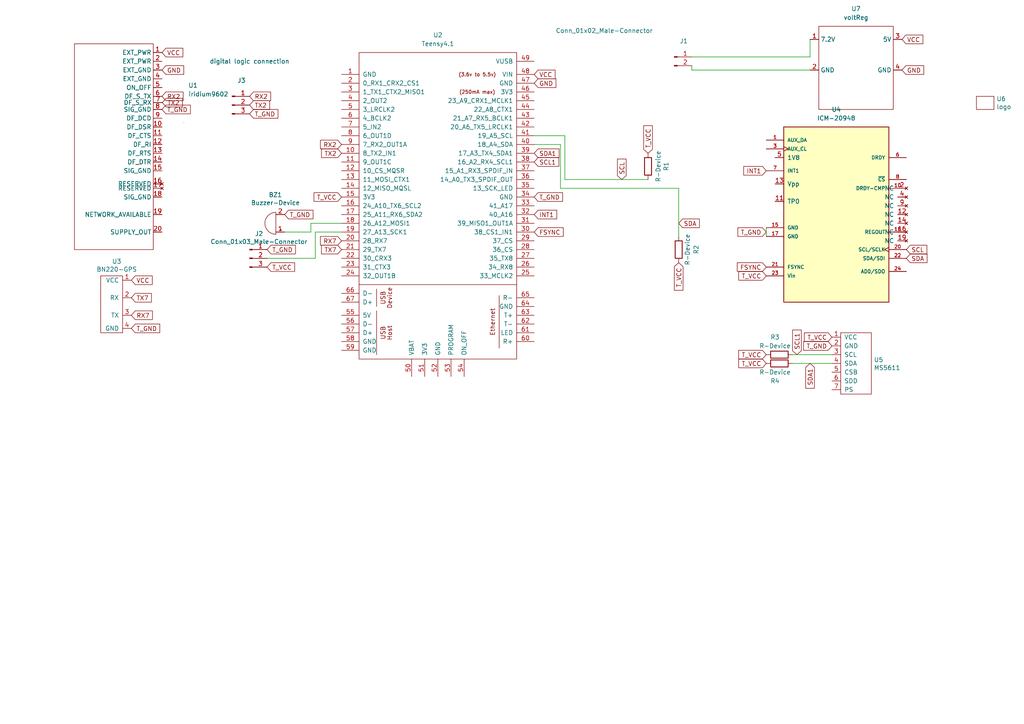
<source format=kicad_sch>
(kicad_sch (version 20211123) (generator eeschema)
  (paper "A4")
  (lib_symbols
    (symbol "parts:BN220-GPS" (pin_names (offset 1.016))
      (property "Reference" "U" (at -8.89 -10.16 0))
      (property "Value" "BN220-GPS" (at -7.62 7.62 0))
      (symbol "BN220-GPS_0_1"
        (rectangle (start -7.62 3.81) (end 8.89 -2.54))
      )
      (symbol "BN220-GPS_1_1"
        (pin input line (at 7.62 -5.08 90) (length 2.54) (name "VCC") (number "1"))
        (pin bidirectional line (at 2.54 -5.08 90) (length 2.54) (name "RX") (number "2"))
        (pin bidirectional line (at -2.54 -5.08 90) (length 2.54) (name "TX") (number "3"))
        (pin power_in line (at -6.35 -5.08 90) (length 2.54) (name "GND") (number "4"))
      )
    )
    (symbol "parts:ICM-20948 " (pin_names (offset 1.016))
      (property "Reference" "U" (at -15.24 18.415 0))
      (property "Value" "ICM-20948 " (at -3.81 -38.1 0))
      (symbol "ICM-20948 _0_0"
        (rectangle (start -15.24 17.78) (end 15.24 -33.02) (stroke (width 0.254)) (fill (type background)))
        (pin bidirectional line (at -20.32 13.97 0) (length 5.08) (name "AUX_DA") (number "1"))
        (pin output line (at 20.32 0 180) (length 5.08) (name "DRDY-CMP") (number "10"))
        (pin power_in line (at -17.78 -3.81 0) (length 2.54) (name "TP0") (number "11"))
        (pin no_connect line (at 20.32 -7.62 180) (length 2.54) (name "NC") (number "12"))
        (pin power_in line (at -17.78 1.27 0) (length 2.54) (name "Vpp") (number "13"))
        (pin no_connect line (at 20.32 -10.16 180) (length 2.54) (name "NC") (number "14"))
        (pin power_in line (at -20.32 -11.43 0) (length 5.08) (name "GND") (number "15"))
        (pin no_connect line (at 20.32 -12.7 180) (length 2.54) (name "NC") (number "16"))
        (pin power_in line (at -20.32 -13.97 0) (length 5.08) (name "GND") (number "17"))
        (pin output line (at 20.32 -12.7 180) (length 5.08) (name "REGOUT") (number "18"))
        (pin no_connect line (at 20.32 -15.24 180) (length 2.54) (name "NC") (number "19"))
        (pin no_connect line (at 20.32 0 180) (length 2.54) (name "NC") (number "2"))
        (pin input clock (at 20.32 -17.78 180) (length 5.08) (name "SCL/SCLK") (number "20"))
        (pin input line (at -20.32 -22.86 0) (length 5.08) (name "FSYNC") (number "21"))
        (pin bidirectional line (at 20.32 -20.32 180) (length 5.08) (name "SDA/SDI") (number "22"))
        (pin power_in line (at -20.32 -25.4 0) (length 5.08) (name "Vin") (number "23"))
        (pin bidirectional line (at 20.32 -24.13 180) (length 5.08) (name "AD0/SDO") (number "24"))
        (pin input clock (at -20.32 11.43 0) (length 5.08) (name "AUX_CL") (number "3"))
        (pin no_connect line (at 20.32 -2.54 180) (length 2.54) (name "NC") (number "4"))
        (pin power_in line (at -17.78 8.89 0) (length 2.54) (name "1V8") (number "5"))
        (pin output line (at 20.32 8.89 180) (length 5.08) (name "DRDY") (number "6"))
        (pin output line (at -20.32 5.08 0) (length 5.08) (name "INT1") (number "7"))
        (pin input line (at 20.32 2.54 180) (length 5.08) (name "~{CS}") (number "8"))
        (pin no_connect line (at 20.32 -5.08 180) (length 2.54) (name "NC") (number "9"))
      )
    )
    (symbol "parts:MS5611" (pin_names (offset 1.016))
      (property "Reference" "U" (at 0 0 0))
      (property "Value" "MS5611" (at 0 0 0))
      (symbol "MS5611_0_1"
        (rectangle (start -8.89 12.7) (end 8.89 3.81))
      )
      (symbol "MS5611_1_1"
        (pin input line (at 7.62 15.24 270) (length 2.54) (name "VCC") (number "1"))
        (pin input line (at 5.08 15.24 270) (length 2.54) (name "GND") (number "2"))
        (pin input line (at 2.54 15.24 270) (length 2.54) (name "SCL") (number "3"))
        (pin input line (at 0 15.24 270) (length 2.54) (name "SDA") (number "4"))
        (pin input line (at -2.54 15.24 270) (length 2.54) (name "CSB") (number "5"))
        (pin input line (at -5.08 15.24 270) (length 2.54) (name "SDD") (number "6"))
        (pin input line (at -7.62 15.24 270) (length 2.54) (name "PS") (number "7"))
      )
    )
    (symbol "parts:iridium9602"
      (property "Reference" "U?" (at 20.32 -3.1749 0))
      (property "Value" "iridium9602" (at 20.32 -5.7149 0))
      (symbol "iridium9602_0_0"
        (pin power_in line (at 12.7 6.35 180) (length 2.54) (name "EXT_PWR") (number "1"))
        (pin output line (at 12.7 -15.24 180) (length 2.54) (name "DF_DSR") (number "10"))
        (pin output line (at 12.7 -17.78 180) (length 2.54) (name "DF_CTS") (number "11"))
        (pin output line (at 12.7 -20.32 180) (length 2.54) (name "DF_RI") (number "12"))
        (pin input line (at 12.7 -22.86 180) (length 2.54) (name "DF_RTS") (number "13"))
        (pin input line (at 12.7 -25.4 180) (length 2.54) (name "DF_DTR") (number "14"))
        (pin power_in line (at 12.7 -27.94 180) (length 2.54) (name "SIG_GND") (number "15"))
        (pin no_connect line (at 12.7 -31.75 180) (length 2.54) (name "RESERVED") (number "16"))
        (pin no_connect line (at 12.7 -33.02 180) (length 2.54) (name "RESERVED") (number "17"))
        (pin power_in line (at 12.7 -35.56 180) (length 2.54) (name "SIG_GND") (number "18"))
        (pin output line (at 12.7 -40.64 180) (length 2.54) (name "NETWORK_AVAILABLE") (number "19"))
        (pin power_in line (at 12.7 3.81 180) (length 2.54) (name "EXT_PWR") (number "2"))
        (pin power_out line (at 12.7 -45.72 180) (length 2.54) (name "SUPPLY_OUT") (number "20"))
        (pin power_in line (at 12.7 1.27 180) (length 2.54) (name "EXT_GND") (number "3"))
        (pin power_in line (at 12.7 -1.27 180) (length 2.54) (name "EXT_GND") (number "4"))
        (pin power_in line (at 12.7 -3.81 180) (length 2.54) (name "ON_OFF") (number "5"))
        (pin bidirectional line (at 12.7 -6.35 180) (length 2.54) (name "DF_S_TX") (number "6"))
        (pin bidirectional line (at 12.7987 -8.1666 180) (length 2.54) (name "DF_S_RX") (number "7"))
        (pin power_in line (at 12.7 -10.16 180) (length 2.54) (name "SIG_GND") (number "8"))
        (pin output line (at 12.7 -12.7 180) (length 2.54) (name "DF_DCD") (number "9"))
      )
      (symbol "iridium9602_0_1"
        (rectangle (start -12.7 8.89) (end 10.16 -50.8))
        (rectangle (start -11.43 8.89) (end -11.43 8.89))
        (rectangle (start 19.05 -13.97) (end 19.05 -13.97))
      )
    )
    (symbol "parts:voltReg"
      (property "Reference" "U" (at -17.78 -12.7 0))
      (property "Value" "voltReg" (at -1.27 -13.97 0))
      (symbol "voltReg_0_1"
        (rectangle (start -10.16 11.43) (end 11.43 -12.7))
      )
      (symbol "voltReg_1_1"
        (pin power_in line (at -12.7 7.62 0) (length 2.54) (name "7.2V") (number "1"))
        (pin power_in line (at -12.7 -1.27 0) (length 2.54) (name "GND") (number "2"))
        (pin power_out line (at 13.97 7.62 180) (length 2.54) (name "5V") (number "3"))
        (pin power_out line (at 13.97 -1.27 180) (length 2.54) (name "GND") (number "4"))
      )
    )
    (symbol "rrc_pcb-rescue:Buzzer-Device" (pin_names (offset 0.0254) hide)
      (property "Reference" "BZ" (at 3.81 1.27 0))
      (property "Value" "Buzzer-Device" (at 3.81 -1.27 0))
      (symbol "Buzzer-Device_0_1"
        (arc (start 0 -3.175) (mid 3.175 0) (end 0 3.175))
        (polyline (pts (xy -1.651 1.905) (xy -1.143 1.905)))
        (polyline (pts (xy -1.397 2.159) (xy -1.397 1.651)))
        (polyline (pts (xy 0 3.175) (xy 0 -3.175)))
      )
      (symbol "Buzzer-Device_1_1"
        (pin passive line (at -2.54 2.54 0) (length 2.54) (name "-") (number "1"))
        (pin passive line (at -2.54 -2.54 0) (length 2.54) (name "+") (number "2"))
      )
    )
    (symbol "rrc_pcb-rescue:Conn_01x02_Male-Connector" (pin_names (offset 1.016) hide)
      (property "Reference" "J" (at 0 2.54 0))
      (property "Value" "Conn_01x02_Male-Connector" (at 0 -5.08 0))
      (symbol "Conn_01x02_Male-Connector_1_1"
        (polyline (pts (xy 1.27 -2.54) (xy 0.8636 -2.54)) (stroke (width 0.1524)))
        (polyline (pts (xy 1.27 0) (xy 0.8636 0)) (stroke (width 0.1524)))
        (rectangle (start 0.8636 -2.413) (end 0 -2.667) (stroke (width 0.1524)) (fill (type outline)))
        (rectangle (start 0.8636 0.127) (end 0 -0.127) (stroke (width 0.1524)) (fill (type outline)))
        (pin passive line (at 5.08 0 180) (length 3.81) (name "Pin_1") (number "1"))
        (pin passive line (at 5.08 -2.54 180) (length 3.81) (name "Pin_2") (number "2"))
      )
    )
    (symbol "rrc_pcb-rescue:Conn_01x03_Male-Connector" (pin_names (offset 1.016) hide)
      (property "Reference" "J" (at 0 5.08 0))
      (property "Value" "Conn_01x03_Male-Connector" (at 0 -5.08 0))
      (symbol "Conn_01x03_Male-Connector_1_1"
        (polyline (pts (xy 1.27 -2.54) (xy 0.8636 -2.54)) (stroke (width 0.1524)))
        (polyline (pts (xy 1.27 0) (xy 0.8636 0)) (stroke (width 0.1524)))
        (polyline (pts (xy 1.27 2.54) (xy 0.8636 2.54)) (stroke (width 0.1524)))
        (rectangle (start 0.8636 -2.413) (end 0 -2.667) (stroke (width 0.1524)) (fill (type outline)))
        (rectangle (start 0.8636 0.127) (end 0 -0.127) (stroke (width 0.1524)) (fill (type outline)))
        (rectangle (start 0.8636 2.667) (end 0 2.413) (stroke (width 0.1524)) (fill (type outline)))
        (pin passive line (at 5.08 2.54 180) (length 3.81) (name "Pin_1") (number "1"))
        (pin passive line (at 5.08 0 180) (length 3.81) (name "Pin_2") (number "2"))
        (pin passive line (at 5.08 -2.54 180) (length 3.81) (name "Pin_3") (number "3"))
      )
    )
    (symbol "rrc_pcb-rescue:R-Device" (pin_numbers hide) (pin_names (offset 0))
      (property "Reference" "R" (at 2.032 0 90))
      (property "Value" "R-Device" (at 0 0 90))
      (symbol "R-Device_0_1"
        (rectangle (start -1.016 -2.54) (end 1.016 2.54) (stroke (width 0.254)))
      )
      (symbol "R-Device_1_1"
        (pin passive line (at 0 3.81 270) (length 1.27) (name "~") (number "1"))
        (pin passive line (at 0 -3.81 90) (length 1.27) (name "~") (number "2"))
      )
    )
    (symbol "rrc_pcb-rescue:logo" (pin_names (offset 1.016))
      (property "Reference" "U" (at 1.27 2.54 0))
      (property "Value" "logo" (at -2.54 2.54 0))
      (symbol "logo_0_1"
        (rectangle (start -2.54 1.27) (end 2.54 -2.54))
      )
    )
    (symbol "teensy:Teensy4.1" (pin_names (offset 1.016))
      (property "Reference" "U" (at 0 64.77 0))
      (property "Value" "Teensy4.1" (at 0 62.23 0))
      (symbol "Teensy4.1_0_0"
        (polyline (pts (xy -22.86 -6.35) (xy 22.86 -6.35)))
        (polyline (pts (xy -17.78 -26.67) (xy -17.78 -13.97)))
        (polyline (pts (xy -17.78 -7.62) (xy -17.78 -12.7)))
        (polyline (pts (xy 17.78 -9.525) (xy 17.78 -24.765)))
        (text "(250mA max)" (at 11.43 49.53 0) (effects (font (size 1.016 1.016))))
        (text "(3.6v to 5.5v)" (at 11.43 54.61 0) (effects (font (size 1.016 1.016))))
        (text "Device" (at -13.97 -10.16 900) (effects (font (size 1.27 1.27))))
        (text "Ethernet" (at 15.875 -17.145 900) (effects (font (size 1.27 1.27))))
        (text "Host" (at -13.97 -20.32 900) (effects (font (size 1.27 1.27))))
        (text "USB" (at -15.875 -20.32 900) (effects (font (size 1.27 1.27))))
        (text "USB" (at -15.875 -10.16 900) (effects (font (size 1.27 1.27))))
        (pin bidirectional line (at -27.94 31.75 0) (length 5.08) (name "8_TX2_IN1") (number "10"))
        (pin bidirectional line (at -27.94 29.21 0) (length 5.08) (name "9_OUT1C") (number "11"))
        (pin bidirectional line (at -27.94 26.67 0) (length 5.08) (name "10_CS_MQSR") (number "12"))
        (pin bidirectional line (at -27.94 24.13 0) (length 5.08) (name "11_MOSI_CTX1") (number "13"))
        (pin bidirectional line (at -27.94 21.59 0) (length 5.08) (name "12_MISO_MQSL") (number "14"))
        (pin power_in line (at -27.94 19.05 0) (length 5.08) (name "3V3") (number "15"))
        (pin bidirectional line (at -27.94 16.51 0) (length 5.08) (name "24_A10_TX6_SCL2") (number "16"))
        (pin bidirectional line (at -27.94 13.97 0) (length 5.08) (name "25_A11_RX6_SDA2") (number "17"))
        (pin bidirectional line (at -27.94 11.43 0) (length 5.08) (name "26_A12_MOSI1") (number "18"))
        (pin bidirectional line (at -27.94 8.89 0) (length 5.08) (name "27_A13_SCK1") (number "19"))
        (pin bidirectional line (at -27.94 6.35 0) (length 5.08) (name "28_RX7") (number "20"))
        (pin bidirectional line (at -27.94 3.81 0) (length 5.08) (name "29_TX7") (number "21"))
        (pin bidirectional line (at -27.94 1.27 0) (length 5.08) (name "30_CRX3") (number "22"))
        (pin bidirectional line (at -27.94 -1.27 0) (length 5.08) (name "31_CTX3") (number "23"))
        (pin bidirectional line (at -27.94 -3.81 0) (length 5.08) (name "32_OUT1B") (number "24"))
        (pin bidirectional line (at 27.94 -3.81 180) (length 5.08) (name "33_MCLK2") (number "25"))
        (pin bidirectional line (at 27.94 -1.27 180) (length 5.08) (name "34_RX8") (number "26"))
        (pin bidirectional line (at 27.94 1.27 180) (length 5.08) (name "35_TX8") (number "27"))
        (pin bidirectional line (at 27.94 3.81 180) (length 5.08) (name "36_CS") (number "28"))
        (pin bidirectional line (at 27.94 6.35 180) (length 5.08) (name "37_CS") (number "29"))
        (pin bidirectional line (at 27.94 8.89 180) (length 5.08) (name "38_CS1_IN1") (number "30"))
        (pin bidirectional line (at 27.94 11.43 180) (length 5.08) (name "39_MISO1_OUT1A") (number "31"))
        (pin bidirectional line (at 27.94 13.97 180) (length 5.08) (name "40_A16") (number "32"))
        (pin bidirectional line (at 27.94 16.51 180) (length 5.08) (name "41_A17") (number "33"))
        (pin bidirectional line (at 27.94 21.59 180) (length 5.08) (name "13_SCK_LED") (number "35"))
        (pin bidirectional line (at 27.94 24.13 180) (length 5.08) (name "14_A0_TX3_SPDIF_OUT") (number "36"))
        (pin bidirectional line (at 27.94 26.67 180) (length 5.08) (name "15_A1_RX3_SPDIF_IN") (number "37"))
        (pin bidirectional line (at 27.94 29.21 180) (length 5.08) (name "16_A2_RX4_SCL1") (number "38"))
        (pin bidirectional line (at 27.94 31.75 180) (length 5.08) (name "17_A3_TX4_SDA1") (number "39"))
        (pin bidirectional line (at 27.94 34.29 180) (length 5.08) (name "18_A4_SDA") (number "40"))
        (pin bidirectional line (at 27.94 36.83 180) (length 5.08) (name "19_A5_SCL") (number "41"))
        (pin bidirectional line (at 27.94 39.37 180) (length 5.08) (name "20_A6_TX5_LRCLK1") (number "42"))
        (pin bidirectional line (at 27.94 41.91 180) (length 5.08) (name "21_A7_RX5_BCLK1") (number "43"))
        (pin bidirectional line (at 27.94 44.45 180) (length 5.08) (name "22_A8_CTX1") (number "44"))
        (pin bidirectional line (at 27.94 46.99 180) (length 5.08) (name "23_A9_CRX1_MCLK1") (number "45"))
        (pin output line (at 27.94 49.53 180) (length 5.08) (name "3V3") (number "46"))
        (pin output line (at 27.94 52.07 180) (length 5.08) (name "GND") (number "47"))
        (pin power_in line (at 27.94 54.61 180) (length 5.08) (name "VIN") (number "48"))
        (pin power_out line (at 27.94 58.42 180) (length 5.08) (name "VUSB") (number "49"))
        (pin bidirectional line (at -27.94 44.45 0) (length 5.08) (name "3_LRCLK2") (number "5"))
        (pin power_in line (at -7.62 -33.02 90) (length 5.08) (name "VBAT") (number "50"))
        (pin power_in line (at -3.81 -33.02 90) (length 5.08) (name "3V3") (number "51"))
        (pin input line (at 0 -33.02 90) (length 5.08) (name "GND") (number "52"))
        (pin input line (at 3.81 -33.02 90) (length 5.08) (name "PROGRAM") (number "53"))
        (pin input line (at 7.62 -33.02 90) (length 5.08) (name "ON_OFF") (number "54"))
        (pin power_out line (at -27.94 -15.24 0) (length 5.08) (name "5V") (number "55"))
        (pin bidirectional line (at -27.94 -17.78 0) (length 5.08) (name "D-") (number "56"))
        (pin bidirectional line (at -27.94 -20.32 0) (length 5.08) (name "D+") (number "57"))
        (pin power_in line (at -27.94 -22.86 0) (length 5.08) (name "GND") (number "58"))
        (pin power_in line (at -27.94 -25.4 0) (length 5.08) (name "GND") (number "59"))
        (pin bidirectional line (at -27.94 41.91 0) (length 5.08) (name "4_BCLK2") (number "6"))
        (pin bidirectional line (at 27.94 -22.86 180) (length 5.08) (name "R+") (number "60"))
        (pin bidirectional line (at 27.94 -20.32 180) (length 5.08) (name "LED") (number "61"))
        (pin bidirectional line (at 27.94 -17.78 180) (length 5.08) (name "T-") (number "62"))
        (pin bidirectional line (at 27.94 -15.24 180) (length 5.08) (name "T+") (number "63"))
        (pin power_in line (at 27.94 -12.7 180) (length 5.08) (name "GND") (number "64"))
        (pin bidirectional line (at 27.94 -10.16 180) (length 5.08) (name "R-") (number "65"))
        (pin bidirectional line (at -27.94 -8.89 0) (length 5.08) (name "D-") (number "66"))
        (pin bidirectional line (at -27.94 -11.43 0) (length 5.08) (name "D+") (number "67"))
        (pin bidirectional line (at -27.94 39.37 0) (length 5.08) (name "5_IN2") (number "7"))
        (pin bidirectional line (at -27.94 36.83 0) (length 5.08) (name "6_OUT1D") (number "8"))
        (pin bidirectional line (at -27.94 34.29 0) (length 5.08) (name "7_RX2_OUT1A") (number "9"))
      )
      (symbol "Teensy4.1_0_1"
        (rectangle (start -22.86 60.96) (end 22.86 -27.94))
        (rectangle (start -20.32 -1.27) (end -20.32 -1.27))
      )
      (symbol "Teensy4.1_1_1"
        (pin power_in line (at -27.94 54.61 0) (length 5.08) (name "GND") (number "1"))
        (pin bidirectional line (at -27.94 52.07 0) (length 5.08) (name "0_RX1_CRX2_CS1") (number "2"))
        (pin bidirectional line (at -27.94 49.53 0) (length 5.08) (name "1_TX1_CTX2_MISO1") (number "3"))
        (pin power_in line (at 27.94 19.05 180) (length 5.08) (name "GND") (number "34"))
        (pin bidirectional line (at -27.94 46.99 0) (length 5.08) (name "2_OUT2") (number "4"))
      )
    )
  )
  (wire (pts (xy 241.3 105.41) (xy 229.87 105.41)))
  (wire (pts (xy 162.56 54.61) (xy 196.85 54.61)))
  (wire (pts (xy 163.83 39.37) (xy 154.94 39.37)))
  (wire (pts (xy 241.3 102.87) (xy 229.87 102.87)))
  (wire (pts (xy 200.66 16.51) (xy 234.95 16.51)))
  (wire (pts (xy 77.47 74.93) (xy 91.44 74.93)))
  (wire (pts (xy 200.66 20.32) (xy 200.66 19.05)))
  (wire (pts (xy 163.83 52.07) (xy 187.96 52.07)))
  (wire (pts (xy 90.17 67.31) (xy 90.17 64.77)))
  (wire (pts (xy 196.85 54.61) (xy 196.85 68.58)))
  (wire (pts (xy 91.44 67.31) (xy 99.06 67.31)))
  (wire (pts (xy 91.44 74.93) (xy 91.44 67.31)))
  (wire (pts (xy 163.83 52.07) (xy 163.83 39.37)))
  (wire (pts (xy 234.95 20.32) (xy 200.66 20.32)))
  (wire (pts (xy 162.56 41.91) (xy 154.94 41.91)))
  (wire (pts (xy 234.95 16.51) (xy 234.95 11.43)))
  (wire (pts (xy 82.55 67.31) (xy 90.17 67.31)))
  (wire (pts (xy 222.25 66.04) (xy 222.25 68.58)))
  (wire (pts (xy 90.17 64.77) (xy 99.06 64.77)))
  (wire (pts (xy 162.56 54.61) (xy 162.56 41.91)))
  (global_label "FSYNC" (shape input) (at 222.25 77.47 180) (property "Intersheet References" "${INTERSHEET_REFS}" (effects hide)))
  (global_label "T_GND" (shape input) (at 222.25 67.31 180) (property "Intersheet References" "${INTERSHEET_REFS}" (effects hide)))
  (global_label "T_GND" (shape input) (at 77.47 72.39 0) (property "Intersheet References" "${INTERSHEET_REFS}" (effects hide)))
  (global_label "T_VCC" (shape input) (at 77.47 77.47 0) (property "Intersheet References" "${INTERSHEET_REFS}" (effects hide)))
  (global_label "FSYNC" (shape input) (at 154.94 67.31 0) (property "Intersheet References" "${INTERSHEET_REFS}" (effects hide)))
  (global_label "TX2" (shape input) (at 47.0887 29.7566 0) (property "Intersheet References" "${INTERSHEET_REFS}" (effects hide)))
  (global_label "GND" (shape input) (at 154.94 24.13 0) (property "Intersheet References" "${INTERSHEET_REFS}" (effects hide)))
  (global_label "VCC" (shape input) (at 154.94 21.59 0) (property "Intersheet References" "${INTERSHEET_REFS}" (effects hide)))
  (global_label "GND" (shape input) (at 261.62 20.32 0) (property "Intersheet References" "${INTERSHEET_REFS}" (effects hide)))
  (global_label "VCC" (shape input) (at 46.99 15.24 0) (property "Intersheet References" "${INTERSHEET_REFS}" (effects hide)))
  (global_label "T_VCC" (shape input) (at 222.25 80.01 180) (property "Intersheet References" "${INTERSHEET_REFS}" (effects hide)))
  (global_label "SCL1" (shape input) (at 154.94 46.99 0) (property "Intersheet References" "${INTERSHEET_REFS}" (effects hide)))
  (global_label "INT1" (shape input) (at 154.94 62.23 0) (property "Intersheet References" "${INTERSHEET_REFS}" (effects hide)))
  (global_label "SCL1" (shape input) (at 231.14 102.87 90) (property "Intersheet References" "${INTERSHEET_REFS}" (effects hide)))
  (global_label "INT1" (shape input) (at 222.25 49.53 180) (property "Intersheet References" "${INTERSHEET_REFS}" (effects hide)))
  (global_label "RX2" (shape input) (at 46.99 27.94 0) (property "Intersheet References" "${INTERSHEET_REFS}" (effects hide)))
  (global_label "T_VCC" (shape input) (at 241.3 97.79 180) (property "Intersheet References" "${INTERSHEET_REFS}" (effects hide)))
  (global_label "TX2" (shape input) (at 99.06 44.45 180) (property "Intersheet References" "${INTERSHEET_REFS}" (effects hide)))
  (global_label "T_GND" (shape input) (at 46.99 31.75 0) (property "Intersheet References" "${INTERSHEET_REFS}" (effects hide)))
  (global_label "T_GND" (shape input) (at 38.1 95.25 0) (property "Intersheet References" "${INTERSHEET_REFS}" (effects hide)))
  (global_label "T_VCC" (shape input) (at 196.85 76.2 270) (property "Intersheet References" "${INTERSHEET_REFS}" (effects hide)))
  (global_label "T_GND" (shape input) (at 82.55 62.23 0) (property "Intersheet References" "${INTERSHEET_REFS}" (effects hide)))
  (global_label "T_GND" (shape input) (at 72.39 33.02 0) (property "Intersheet References" "${INTERSHEET_REFS}" (effects hide)))
  (global_label "VCC" (shape input) (at 38.1 81.28 0) (property "Intersheet References" "${INTERSHEET_REFS}" (effects hide)))
  (global_label "T_GND" (shape input) (at 241.3 100.33 180) (property "Intersheet References" "${INTERSHEET_REFS}" (effects hide)))
  (global_label "T_VCC" (shape input) (at 99.06 57.15 180) (property "Intersheet References" "${INTERSHEET_REFS}" (effects hide)))
  (global_label "T_VCC" (shape input) (at 222.25 102.87 180) (property "Intersheet References" "${INTERSHEET_REFS}" (effects hide)))
  (global_label "SDA" (shape input) (at 196.85 64.77 0) (property "Intersheet References" "${INTERSHEET_REFS}" (effects hide)))
  (global_label "TX7" (shape input) (at 38.1 86.36 0) (property "Intersheet References" "${INTERSHEET_REFS}" (effects hide)))
  (global_label "SDA" (shape input) (at 262.89 74.93 0) (property "Intersheet References" "${INTERSHEET_REFS}" (effects hide)))
  (global_label "RX7" (shape input) (at 99.06 69.85 180) (property "Intersheet References" "${INTERSHEET_REFS}" (effects hide)))
  (global_label "TX7" (shape input) (at 99.06 72.39 180) (property "Intersheet References" "${INTERSHEET_REFS}" (effects hide)))
  (global_label "T_GND" (shape input) (at 154.94 57.15 0) (property "Intersheet References" "${INTERSHEET_REFS}" (effects hide)))
  (global_label "T_VCC" (shape input) (at 187.96 44.45 90) (property "Intersheet References" "${INTERSHEET_REFS}" (effects hide)))
  (global_label "VCC" (shape input) (at 261.62 11.43 0) (property "Intersheet References" "${INTERSHEET_REFS}" (effects hide)))
  (global_label "RX7" (shape input) (at 38.1 91.44 0) (property "Intersheet References" "${INTERSHEET_REFS}" (effects hide)))
  (global_label "GND" (shape input) (at 46.99 20.32 0) (property "Intersheet References" "${INTERSHEET_REFS}" (effects hide)))
  (global_label "SDA1" (shape input) (at 234.95 105.41 270) (property "Intersheet References" "${INTERSHEET_REFS}" (effects hide)))
  (global_label "SDA1" (shape input) (at 154.94 44.45 0) (property "Intersheet References" "${INTERSHEET_REFS}" (effects hide)))
  (global_label "SCL" (shape input) (at 180.34 52.07 90) (property "Intersheet References" "${INTERSHEET_REFS}" (effects hide)))
  (global_label "RX2" (shape input) (at 72.39 27.94 0) (property "Intersheet References" "${INTERSHEET_REFS}" (effects hide)))
  (global_label "TX2" (shape input) (at 72.39 30.48 0) (property "Intersheet References" "${INTERSHEET_REFS}" (effects hide)))
  (global_label "T_VCC" (shape input) (at 222.25 105.41 180) (property "Intersheet References" "${INTERSHEET_REFS}" (effects hide)))
  (global_label "RX2" (shape input) (at 99.06 41.91 180) (property "Intersheet References" "${INTERSHEET_REFS}" (effects hide)))
  (global_label "SCL" (shape input) (at 262.89 72.39 0) (property "Intersheet References" "${INTERSHEET_REFS}" (effects hide)))
  (symbol (lib_id "parts:MS5611") (at 256.54 105.41 90) (unit 1)
    (property "Reference" "U5" (at 253.4412 104.3686 90) (effects (justify right)))
    (property "Value" "MS5611" (at 253.4412 106.68 90) (effects (justify right)))
    (property "Footprint" "ms5611:1x07" (effects hide))
  )
  (symbol (lib_id "parts:BN220-GPS") (at 33.02 88.9 90) (unit 1)
    (property "Reference" "U3" (at 33.8582 75.819 90))
    (property "Value" "BN220-GPS" (at 33.8582 78.1304 90))
    (property "Footprint" "bn220_gps:BN220" (effects hide))
  )
  (symbol (lib_id "rrc_pcb-rescue:R-Device") (at 226.06 105.41 270) (unit 1)
    (property "Reference" "R4" (at 224.79 110.49 90))
    (property "Value" "R-Device" (at 224.79 107.95 90))
    (property "Footprint" "Resistor_THT:R_Axial_DIN0207_L6.3mm_D2.5mm_P10.16mm_Horizontal" (effects hide))
  )
  (symbol (lib_id "rrc_pcb-rescue:R-Device") (at 226.06 102.87 270) (unit 1)
    (property "Reference" "R3" (at 224.79 97.79 90))
    (property "Value" "R-Device" (at 224.79 100.33 90))
    (property "Footprint" "Resistor_THT:R_Axial_DIN0207_L6.3mm_D2.5mm_P10.16mm_Horizontal" (effects hide))
  )
  (symbol (lib_id "rrc_pcb-rescue:R-Device") (at 187.96 48.26 180) (unit 1)
    (property "Reference" "R1" (at 193.2178 48.26 90))
    (property "Value" "R-Device" (at 190.9064 48.26 90))
    (property "Footprint" "Resistor_THT:R_Axial_DIN0207_L6.3mm_D2.5mm_P10.16mm_Horizontal" (effects hide))
  )
  (symbol (lib_id "rrc_pcb-rescue:R-Device") (at 196.85 72.39 0) (unit 1)
    (property "Reference" "R2" (at 201.93 72.39 90))
    (property "Value" "R-Device" (at 199.39 72.39 90))
    (property "Footprint" "Resistor_THT:R_Axial_DIN0207_L6.3mm_D2.5mm_P10.16mm_Horizontal" (effects hide))
  )
  (symbol (lib_id "rrc_pcb-rescue:Conn_01x02_Male-Connector") (at 195.58 16.51 0) (unit 1)
    (property "Reference" "J1" (at 198.3232 11.9126 0))
    (property "Value" "Conn_01x02_Male-Connector" (at 175.26 8.89 0))
    (property "Footprint" "Connector_AMASS:AMASS_XT30U-F_1x02_P5.0mm_Vertical" (effects hide))
  )
  (symbol (lib_id "rrc_pcb-rescue:Buzzer-Device") (at 80.01 64.77 180) (unit 1)
    (property "Reference" "BZ1" (at 79.883 56.515 0))
    (property "Value" "Buzzer-Device" (at 79.883 58.8264 0))
    (property "Footprint" "Buzzer_Beeper:Buzzer_12x9.5RM7.6" (effects hide))
  )
  (symbol (lib_id "rrc_pcb-rescue:logo") (at 285.75 29.21 0) (unit 1)
    (property "Reference" "U6" (at 289.0012 28.6766 0) (effects (justify left)))
    (property "Value" "logo" (at 289.0012 30.988 0) (effects (justify left)))
    (property "Footprint" "logo:RRC_logo" (effects hide))
  )
  (symbol (lib_id "rrc_pcb-rescue:Conn_01x03_Male-Connector") (at 72.39 74.93 0) (unit 1)
    (property "Reference" "J2" (at 75.1332 67.7926 0))
    (property "Value" "Conn_01x03_Male-Connector" (at 75.1332 70.104 0))
    (property "Footprint" "Connector_PinHeader_2.54mm:PinHeader_1x03_P2.54mm_Vertical" (effects hide))
  )
  (symbol (lib_id "parts:voltReg") (at 247.65 19.05 0) (unit 1)
    (property "Reference" "U7" (at 248.285 2.54 0))
    (property "Value" "voltReg" (at 248.285 5.08 0))
    (property "Footprint" "VoltReg:voltReg" (effects hide))
  )
  (symbol (lib_id "parts:ICM-20948 ") (at 242.57 54.61 0) (unit 1)
    (property "Reference" "U4" (at 242.57 31.75 0))
    (property "Value" "ICM-20948 " (at 242.57 34.29 0))
    (property "Footprint" "icm20948:icm20948" (effects hide))
    (property "MANUFACTURER" "TDK InvenSense" (effects hide))
  )
  (symbol (lib_id "parts:iridium9602") (at 34.29 21.59 0) (unit 1)
    (property "Reference" "U1" (at 54.61 24.7649 0) (effects (justify left)))
    (property "Value" "iridium9602" (at 54.61 27.3049 0) (effects (justify left)))
    (property "Footprint" "iridium9602:iridium9602" (effects hide))
  )
  (symbol (lib_id "rrc_pcb-rescue:Conn_01x03_Male-Connector") (at 67.31 30.48 0) (unit 1)
    (property "Reference" "J3" (at 70.0532 23.3426 0))
    (property "Value" "digital logic connection" (at 72.39 17.78 0))
    (property "Footprint" "Connector_PinHeader_2.54mm:PinHeader_1x03_P2.54mm_Vertical" (effects hide))
  )
  (symbol (lib_id "teensy:Teensy4.1") (at 127 76.2 0) (unit 1)
    (property "Reference" "U2" (at 127 10.16 0))
    (property "Value" "Teensy4.1" (at 127 12.7 0))
    (property "Footprint" "teensy:Teensy41" (effects hide))
  )
)
</source>
